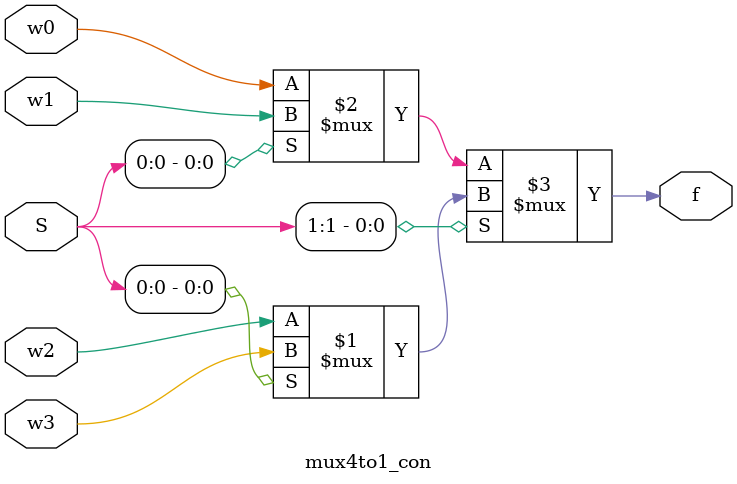
<source format=v>
module mux4to1_con (w0, w1, w2, w3, S, f);
    input w0, w1, w2, w3;
    input [1:0] S;
    output f;

    assign f = S[1] ? (S[0] ? w3 : w2) : (S[0] ? w1 : w0);

endmodule
</source>
